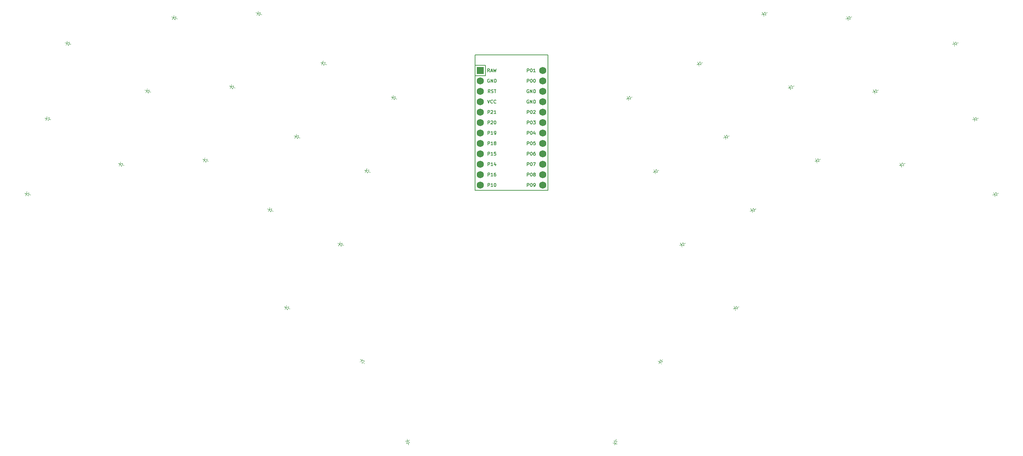
<source format=gbr>
%TF.GenerationSoftware,KiCad,Pcbnew,(6.0.10)*%
%TF.CreationDate,2024-09-29T17:33:22+02:00*%
%TF.ProjectId,blavinge,626c6176-696e-4676-952e-6b696361645f,v1.0.0*%
%TF.SameCoordinates,Original*%
%TF.FileFunction,Legend,Top*%
%TF.FilePolarity,Positive*%
%FSLAX46Y46*%
G04 Gerber Fmt 4.6, Leading zero omitted, Abs format (unit mm)*
G04 Created by KiCad (PCBNEW (6.0.10)) date 2024-09-29 17:33:22*
%MOMM*%
%LPD*%
G01*
G04 APERTURE LIST*
%ADD10C,0.150000*%
%ADD11C,0.100000*%
%ADD12R,1.752600X1.752600*%
%ADD13C,1.752600*%
G04 APERTURE END LIST*
D10*
%TO.C,MCU1*%
X160182930Y-109167548D02*
X159916263Y-108786596D01*
X159725787Y-109167548D02*
X159725787Y-108367548D01*
X160030549Y-108367548D01*
X160106739Y-108405644D01*
X160144834Y-108443739D01*
X160182930Y-108519929D01*
X160182930Y-108634215D01*
X160144834Y-108710405D01*
X160106739Y-108748501D01*
X160030549Y-108786596D01*
X159725787Y-108786596D01*
X160487691Y-108938977D02*
X160868644Y-108938977D01*
X160411501Y-109167548D02*
X160678168Y-108367548D01*
X160944834Y-109167548D01*
X161135311Y-108367548D02*
X161325787Y-109167548D01*
X161478168Y-108596120D01*
X161630549Y-109167548D01*
X161821025Y-108367548D01*
X160125787Y-110945644D02*
X160049596Y-110907548D01*
X159935311Y-110907548D01*
X159821025Y-110945644D01*
X159744834Y-111021834D01*
X159706739Y-111098024D01*
X159668644Y-111250405D01*
X159668644Y-111364691D01*
X159706739Y-111517072D01*
X159744834Y-111593263D01*
X159821025Y-111669453D01*
X159935311Y-111707548D01*
X160011501Y-111707548D01*
X160125787Y-111669453D01*
X160163882Y-111631358D01*
X160163882Y-111364691D01*
X160011501Y-111364691D01*
X160506739Y-111707548D02*
X160506739Y-110907548D01*
X160963882Y-111707548D01*
X160963882Y-110907548D01*
X161344834Y-111707548D02*
X161344834Y-110907548D01*
X161535311Y-110907548D01*
X161649596Y-110945644D01*
X161725787Y-111021834D01*
X161763882Y-111098024D01*
X161801977Y-111250405D01*
X161801977Y-111364691D01*
X161763882Y-111517072D01*
X161725787Y-111593263D01*
X161649596Y-111669453D01*
X161535311Y-111707548D01*
X161344834Y-111707548D01*
X160297215Y-114247548D02*
X160030549Y-113866596D01*
X159840072Y-114247548D02*
X159840072Y-113447548D01*
X160144834Y-113447548D01*
X160221025Y-113485644D01*
X160259120Y-113523739D01*
X160297215Y-113599929D01*
X160297215Y-113714215D01*
X160259120Y-113790405D01*
X160221025Y-113828501D01*
X160144834Y-113866596D01*
X159840072Y-113866596D01*
X160601977Y-114209453D02*
X160716263Y-114247548D01*
X160906739Y-114247548D01*
X160982930Y-114209453D01*
X161021025Y-114171358D01*
X161059120Y-114095167D01*
X161059120Y-114018977D01*
X161021025Y-113942786D01*
X160982930Y-113904691D01*
X160906739Y-113866596D01*
X160754358Y-113828501D01*
X160678168Y-113790405D01*
X160640072Y-113752310D01*
X160601977Y-113676120D01*
X160601977Y-113599929D01*
X160640072Y-113523739D01*
X160678168Y-113485644D01*
X160754358Y-113447548D01*
X160944834Y-113447548D01*
X161059120Y-113485644D01*
X161287691Y-113447548D02*
X161744834Y-113447548D01*
X161516263Y-114247548D02*
X161516263Y-113447548D01*
X159668644Y-115987548D02*
X159935311Y-116787548D01*
X160201977Y-115987548D01*
X160925787Y-116711358D02*
X160887691Y-116749453D01*
X160773406Y-116787548D01*
X160697215Y-116787548D01*
X160582930Y-116749453D01*
X160506739Y-116673263D01*
X160468644Y-116597072D01*
X160430549Y-116444691D01*
X160430549Y-116330405D01*
X160468644Y-116178024D01*
X160506739Y-116101834D01*
X160582930Y-116025644D01*
X160697215Y-115987548D01*
X160773406Y-115987548D01*
X160887691Y-116025644D01*
X160925787Y-116063739D01*
X161725787Y-116711358D02*
X161687691Y-116749453D01*
X161573406Y-116787548D01*
X161497215Y-116787548D01*
X161382930Y-116749453D01*
X161306739Y-116673263D01*
X161268644Y-116597072D01*
X161230549Y-116444691D01*
X161230549Y-116330405D01*
X161268644Y-116178024D01*
X161306739Y-116101834D01*
X161382930Y-116025644D01*
X161497215Y-115987548D01*
X161573406Y-115987548D01*
X161687691Y-116025644D01*
X161725787Y-116063739D01*
X159763882Y-119327548D02*
X159763882Y-118527548D01*
X160068644Y-118527548D01*
X160144834Y-118565644D01*
X160182930Y-118603739D01*
X160221025Y-118679929D01*
X160221025Y-118794215D01*
X160182930Y-118870405D01*
X160144834Y-118908501D01*
X160068644Y-118946596D01*
X159763882Y-118946596D01*
X160525787Y-118603739D02*
X160563882Y-118565644D01*
X160640072Y-118527548D01*
X160830549Y-118527548D01*
X160906739Y-118565644D01*
X160944834Y-118603739D01*
X160982930Y-118679929D01*
X160982930Y-118756120D01*
X160944834Y-118870405D01*
X160487691Y-119327548D01*
X160982930Y-119327548D01*
X161744834Y-119327548D02*
X161287691Y-119327548D01*
X161516263Y-119327548D02*
X161516263Y-118527548D01*
X161440072Y-118641834D01*
X161363882Y-118718024D01*
X161287691Y-118756120D01*
X159763882Y-121867548D02*
X159763882Y-121067548D01*
X160068644Y-121067548D01*
X160144834Y-121105644D01*
X160182930Y-121143739D01*
X160221025Y-121219929D01*
X160221025Y-121334215D01*
X160182930Y-121410405D01*
X160144834Y-121448501D01*
X160068644Y-121486596D01*
X159763882Y-121486596D01*
X160525787Y-121143739D02*
X160563882Y-121105644D01*
X160640072Y-121067548D01*
X160830549Y-121067548D01*
X160906739Y-121105644D01*
X160944834Y-121143739D01*
X160982930Y-121219929D01*
X160982930Y-121296120D01*
X160944834Y-121410405D01*
X160487691Y-121867548D01*
X160982930Y-121867548D01*
X161478168Y-121067548D02*
X161554358Y-121067548D01*
X161630549Y-121105644D01*
X161668644Y-121143739D01*
X161706739Y-121219929D01*
X161744834Y-121372310D01*
X161744834Y-121562786D01*
X161706739Y-121715167D01*
X161668644Y-121791358D01*
X161630549Y-121829453D01*
X161554358Y-121867548D01*
X161478168Y-121867548D01*
X161401977Y-121829453D01*
X161363882Y-121791358D01*
X161325787Y-121715167D01*
X161287691Y-121562786D01*
X161287691Y-121372310D01*
X161325787Y-121219929D01*
X161363882Y-121143739D01*
X161401977Y-121105644D01*
X161478168Y-121067548D01*
X159763882Y-124407548D02*
X159763882Y-123607548D01*
X160068644Y-123607548D01*
X160144834Y-123645644D01*
X160182930Y-123683739D01*
X160221025Y-123759929D01*
X160221025Y-123874215D01*
X160182930Y-123950405D01*
X160144834Y-123988501D01*
X160068644Y-124026596D01*
X159763882Y-124026596D01*
X160982930Y-124407548D02*
X160525787Y-124407548D01*
X160754358Y-124407548D02*
X160754358Y-123607548D01*
X160678168Y-123721834D01*
X160601977Y-123798024D01*
X160525787Y-123836120D01*
X161363882Y-124407548D02*
X161516263Y-124407548D01*
X161592453Y-124369453D01*
X161630549Y-124331358D01*
X161706739Y-124217072D01*
X161744834Y-124064691D01*
X161744834Y-123759929D01*
X161706739Y-123683739D01*
X161668644Y-123645644D01*
X161592453Y-123607548D01*
X161440072Y-123607548D01*
X161363882Y-123645644D01*
X161325787Y-123683739D01*
X161287691Y-123759929D01*
X161287691Y-123950405D01*
X161325787Y-124026596D01*
X161363882Y-124064691D01*
X161440072Y-124102786D01*
X161592453Y-124102786D01*
X161668644Y-124064691D01*
X161706739Y-124026596D01*
X161744834Y-123950405D01*
X159763882Y-126947548D02*
X159763882Y-126147548D01*
X160068644Y-126147548D01*
X160144834Y-126185644D01*
X160182930Y-126223739D01*
X160221025Y-126299929D01*
X160221025Y-126414215D01*
X160182930Y-126490405D01*
X160144834Y-126528501D01*
X160068644Y-126566596D01*
X159763882Y-126566596D01*
X160982930Y-126947548D02*
X160525787Y-126947548D01*
X160754358Y-126947548D02*
X160754358Y-126147548D01*
X160678168Y-126261834D01*
X160601977Y-126338024D01*
X160525787Y-126376120D01*
X161440072Y-126490405D02*
X161363882Y-126452310D01*
X161325787Y-126414215D01*
X161287691Y-126338024D01*
X161287691Y-126299929D01*
X161325787Y-126223739D01*
X161363882Y-126185644D01*
X161440072Y-126147548D01*
X161592453Y-126147548D01*
X161668644Y-126185644D01*
X161706739Y-126223739D01*
X161744834Y-126299929D01*
X161744834Y-126338024D01*
X161706739Y-126414215D01*
X161668644Y-126452310D01*
X161592453Y-126490405D01*
X161440072Y-126490405D01*
X161363882Y-126528501D01*
X161325787Y-126566596D01*
X161287691Y-126642786D01*
X161287691Y-126795167D01*
X161325787Y-126871358D01*
X161363882Y-126909453D01*
X161440072Y-126947548D01*
X161592453Y-126947548D01*
X161668644Y-126909453D01*
X161706739Y-126871358D01*
X161744834Y-126795167D01*
X161744834Y-126642786D01*
X161706739Y-126566596D01*
X161668644Y-126528501D01*
X161592453Y-126490405D01*
X159763882Y-129487548D02*
X159763882Y-128687548D01*
X160068644Y-128687548D01*
X160144834Y-128725644D01*
X160182930Y-128763739D01*
X160221025Y-128839929D01*
X160221025Y-128954215D01*
X160182930Y-129030405D01*
X160144834Y-129068501D01*
X160068644Y-129106596D01*
X159763882Y-129106596D01*
X160982930Y-129487548D02*
X160525787Y-129487548D01*
X160754358Y-129487548D02*
X160754358Y-128687548D01*
X160678168Y-128801834D01*
X160601977Y-128878024D01*
X160525787Y-128916120D01*
X161706739Y-128687548D02*
X161325787Y-128687548D01*
X161287691Y-129068501D01*
X161325787Y-129030405D01*
X161401977Y-128992310D01*
X161592453Y-128992310D01*
X161668644Y-129030405D01*
X161706739Y-129068501D01*
X161744834Y-129144691D01*
X161744834Y-129335167D01*
X161706739Y-129411358D01*
X161668644Y-129449453D01*
X161592453Y-129487548D01*
X161401977Y-129487548D01*
X161325787Y-129449453D01*
X161287691Y-129411358D01*
X159763882Y-132027548D02*
X159763882Y-131227548D01*
X160068644Y-131227548D01*
X160144834Y-131265644D01*
X160182930Y-131303739D01*
X160221025Y-131379929D01*
X160221025Y-131494215D01*
X160182930Y-131570405D01*
X160144834Y-131608501D01*
X160068644Y-131646596D01*
X159763882Y-131646596D01*
X160982930Y-132027548D02*
X160525787Y-132027548D01*
X160754358Y-132027548D02*
X160754358Y-131227548D01*
X160678168Y-131341834D01*
X160601977Y-131418024D01*
X160525787Y-131456120D01*
X161668644Y-131494215D02*
X161668644Y-132027548D01*
X161478168Y-131189453D02*
X161287691Y-131760882D01*
X161782930Y-131760882D01*
X159763882Y-134567548D02*
X159763882Y-133767548D01*
X160068644Y-133767548D01*
X160144834Y-133805644D01*
X160182930Y-133843739D01*
X160221025Y-133919929D01*
X160221025Y-134034215D01*
X160182930Y-134110405D01*
X160144834Y-134148501D01*
X160068644Y-134186596D01*
X159763882Y-134186596D01*
X160982930Y-134567548D02*
X160525787Y-134567548D01*
X160754358Y-134567548D02*
X160754358Y-133767548D01*
X160678168Y-133881834D01*
X160601977Y-133958024D01*
X160525787Y-133996120D01*
X161668644Y-133767548D02*
X161516263Y-133767548D01*
X161440072Y-133805644D01*
X161401977Y-133843739D01*
X161325787Y-133958024D01*
X161287691Y-134110405D01*
X161287691Y-134415167D01*
X161325787Y-134491358D01*
X161363882Y-134529453D01*
X161440072Y-134567548D01*
X161592453Y-134567548D01*
X161668644Y-134529453D01*
X161706739Y-134491358D01*
X161744834Y-134415167D01*
X161744834Y-134224691D01*
X161706739Y-134148501D01*
X161668644Y-134110405D01*
X161592453Y-134072310D01*
X161440072Y-134072310D01*
X161363882Y-134110405D01*
X161325787Y-134148501D01*
X161287691Y-134224691D01*
X159763882Y-137107548D02*
X159763882Y-136307548D01*
X160068644Y-136307548D01*
X160144834Y-136345644D01*
X160182930Y-136383739D01*
X160221025Y-136459929D01*
X160221025Y-136574215D01*
X160182930Y-136650405D01*
X160144834Y-136688501D01*
X160068644Y-136726596D01*
X159763882Y-136726596D01*
X160982930Y-137107548D02*
X160525787Y-137107548D01*
X160754358Y-137107548D02*
X160754358Y-136307548D01*
X160678168Y-136421834D01*
X160601977Y-136498024D01*
X160525787Y-136536120D01*
X161478168Y-136307548D02*
X161554358Y-136307548D01*
X161630549Y-136345644D01*
X161668644Y-136383739D01*
X161706739Y-136459929D01*
X161744834Y-136612310D01*
X161744834Y-136802786D01*
X161706739Y-136955167D01*
X161668644Y-137031358D01*
X161630549Y-137069453D01*
X161554358Y-137107548D01*
X161478168Y-137107548D01*
X161401977Y-137069453D01*
X161363882Y-137031358D01*
X161325787Y-136955167D01*
X161287691Y-136802786D01*
X161287691Y-136612310D01*
X161325787Y-136459929D01*
X161363882Y-136383739D01*
X161401977Y-136345644D01*
X161478168Y-136307548D01*
X169363882Y-109167548D02*
X169363882Y-108367548D01*
X169668644Y-108367548D01*
X169744834Y-108405644D01*
X169782930Y-108443739D01*
X169821025Y-108519929D01*
X169821025Y-108634215D01*
X169782930Y-108710405D01*
X169744834Y-108748501D01*
X169668644Y-108786596D01*
X169363882Y-108786596D01*
X170316263Y-108367548D02*
X170392453Y-108367548D01*
X170468644Y-108405644D01*
X170506739Y-108443739D01*
X170544834Y-108519929D01*
X170582930Y-108672310D01*
X170582930Y-108862786D01*
X170544834Y-109015167D01*
X170506739Y-109091358D01*
X170468644Y-109129453D01*
X170392453Y-109167548D01*
X170316263Y-109167548D01*
X170240072Y-109129453D01*
X170201977Y-109091358D01*
X170163882Y-109015167D01*
X170125787Y-108862786D01*
X170125787Y-108672310D01*
X170163882Y-108519929D01*
X170201977Y-108443739D01*
X170240072Y-108405644D01*
X170316263Y-108367548D01*
X171344834Y-109167548D02*
X170887691Y-109167548D01*
X171116263Y-109167548D02*
X171116263Y-108367548D01*
X171040072Y-108481834D01*
X170963882Y-108558024D01*
X170887691Y-108596120D01*
X169363882Y-111707548D02*
X169363882Y-110907548D01*
X169668644Y-110907548D01*
X169744834Y-110945644D01*
X169782930Y-110983739D01*
X169821025Y-111059929D01*
X169821025Y-111174215D01*
X169782930Y-111250405D01*
X169744834Y-111288501D01*
X169668644Y-111326596D01*
X169363882Y-111326596D01*
X170316263Y-110907548D02*
X170392453Y-110907548D01*
X170468644Y-110945644D01*
X170506739Y-110983739D01*
X170544834Y-111059929D01*
X170582930Y-111212310D01*
X170582930Y-111402786D01*
X170544834Y-111555167D01*
X170506739Y-111631358D01*
X170468644Y-111669453D01*
X170392453Y-111707548D01*
X170316263Y-111707548D01*
X170240072Y-111669453D01*
X170201977Y-111631358D01*
X170163882Y-111555167D01*
X170125787Y-111402786D01*
X170125787Y-111212310D01*
X170163882Y-111059929D01*
X170201977Y-110983739D01*
X170240072Y-110945644D01*
X170316263Y-110907548D01*
X171078168Y-110907548D02*
X171154358Y-110907548D01*
X171230549Y-110945644D01*
X171268644Y-110983739D01*
X171306739Y-111059929D01*
X171344834Y-111212310D01*
X171344834Y-111402786D01*
X171306739Y-111555167D01*
X171268644Y-111631358D01*
X171230549Y-111669453D01*
X171154358Y-111707548D01*
X171078168Y-111707548D01*
X171001977Y-111669453D01*
X170963882Y-111631358D01*
X170925787Y-111555167D01*
X170887691Y-111402786D01*
X170887691Y-111212310D01*
X170925787Y-111059929D01*
X170963882Y-110983739D01*
X171001977Y-110945644D01*
X171078168Y-110907548D01*
X169725787Y-113485644D02*
X169649596Y-113447548D01*
X169535311Y-113447548D01*
X169421025Y-113485644D01*
X169344834Y-113561834D01*
X169306739Y-113638024D01*
X169268644Y-113790405D01*
X169268644Y-113904691D01*
X169306739Y-114057072D01*
X169344834Y-114133263D01*
X169421025Y-114209453D01*
X169535311Y-114247548D01*
X169611501Y-114247548D01*
X169725787Y-114209453D01*
X169763882Y-114171358D01*
X169763882Y-113904691D01*
X169611501Y-113904691D01*
X170106739Y-114247548D02*
X170106739Y-113447548D01*
X170563882Y-114247548D01*
X170563882Y-113447548D01*
X170944834Y-114247548D02*
X170944834Y-113447548D01*
X171135311Y-113447548D01*
X171249596Y-113485644D01*
X171325787Y-113561834D01*
X171363882Y-113638024D01*
X171401977Y-113790405D01*
X171401977Y-113904691D01*
X171363882Y-114057072D01*
X171325787Y-114133263D01*
X171249596Y-114209453D01*
X171135311Y-114247548D01*
X170944834Y-114247548D01*
X169725787Y-116025644D02*
X169649596Y-115987548D01*
X169535311Y-115987548D01*
X169421025Y-116025644D01*
X169344834Y-116101834D01*
X169306739Y-116178024D01*
X169268644Y-116330405D01*
X169268644Y-116444691D01*
X169306739Y-116597072D01*
X169344834Y-116673263D01*
X169421025Y-116749453D01*
X169535311Y-116787548D01*
X169611501Y-116787548D01*
X169725787Y-116749453D01*
X169763882Y-116711358D01*
X169763882Y-116444691D01*
X169611501Y-116444691D01*
X170106739Y-116787548D02*
X170106739Y-115987548D01*
X170563882Y-116787548D01*
X170563882Y-115987548D01*
X170944834Y-116787548D02*
X170944834Y-115987548D01*
X171135311Y-115987548D01*
X171249596Y-116025644D01*
X171325787Y-116101834D01*
X171363882Y-116178024D01*
X171401977Y-116330405D01*
X171401977Y-116444691D01*
X171363882Y-116597072D01*
X171325787Y-116673263D01*
X171249596Y-116749453D01*
X171135311Y-116787548D01*
X170944834Y-116787548D01*
X169363882Y-119327548D02*
X169363882Y-118527548D01*
X169668644Y-118527548D01*
X169744834Y-118565644D01*
X169782930Y-118603739D01*
X169821025Y-118679929D01*
X169821025Y-118794215D01*
X169782930Y-118870405D01*
X169744834Y-118908501D01*
X169668644Y-118946596D01*
X169363882Y-118946596D01*
X170316263Y-118527548D02*
X170392453Y-118527548D01*
X170468644Y-118565644D01*
X170506739Y-118603739D01*
X170544834Y-118679929D01*
X170582930Y-118832310D01*
X170582930Y-119022786D01*
X170544834Y-119175167D01*
X170506739Y-119251358D01*
X170468644Y-119289453D01*
X170392453Y-119327548D01*
X170316263Y-119327548D01*
X170240072Y-119289453D01*
X170201977Y-119251358D01*
X170163882Y-119175167D01*
X170125787Y-119022786D01*
X170125787Y-118832310D01*
X170163882Y-118679929D01*
X170201977Y-118603739D01*
X170240072Y-118565644D01*
X170316263Y-118527548D01*
X170887691Y-118603739D02*
X170925787Y-118565644D01*
X171001977Y-118527548D01*
X171192453Y-118527548D01*
X171268644Y-118565644D01*
X171306739Y-118603739D01*
X171344834Y-118679929D01*
X171344834Y-118756120D01*
X171306739Y-118870405D01*
X170849596Y-119327548D01*
X171344834Y-119327548D01*
X169363882Y-121867548D02*
X169363882Y-121067548D01*
X169668644Y-121067548D01*
X169744834Y-121105644D01*
X169782930Y-121143739D01*
X169821025Y-121219929D01*
X169821025Y-121334215D01*
X169782930Y-121410405D01*
X169744834Y-121448501D01*
X169668644Y-121486596D01*
X169363882Y-121486596D01*
X170316263Y-121067548D02*
X170392453Y-121067548D01*
X170468644Y-121105644D01*
X170506739Y-121143739D01*
X170544834Y-121219929D01*
X170582930Y-121372310D01*
X170582930Y-121562786D01*
X170544834Y-121715167D01*
X170506739Y-121791358D01*
X170468644Y-121829453D01*
X170392453Y-121867548D01*
X170316263Y-121867548D01*
X170240072Y-121829453D01*
X170201977Y-121791358D01*
X170163882Y-121715167D01*
X170125787Y-121562786D01*
X170125787Y-121372310D01*
X170163882Y-121219929D01*
X170201977Y-121143739D01*
X170240072Y-121105644D01*
X170316263Y-121067548D01*
X170849596Y-121067548D02*
X171344834Y-121067548D01*
X171078168Y-121372310D01*
X171192453Y-121372310D01*
X171268644Y-121410405D01*
X171306739Y-121448501D01*
X171344834Y-121524691D01*
X171344834Y-121715167D01*
X171306739Y-121791358D01*
X171268644Y-121829453D01*
X171192453Y-121867548D01*
X170963882Y-121867548D01*
X170887691Y-121829453D01*
X170849596Y-121791358D01*
X169363882Y-124407548D02*
X169363882Y-123607548D01*
X169668644Y-123607548D01*
X169744834Y-123645644D01*
X169782930Y-123683739D01*
X169821025Y-123759929D01*
X169821025Y-123874215D01*
X169782930Y-123950405D01*
X169744834Y-123988501D01*
X169668644Y-124026596D01*
X169363882Y-124026596D01*
X170316263Y-123607548D02*
X170392453Y-123607548D01*
X170468644Y-123645644D01*
X170506739Y-123683739D01*
X170544834Y-123759929D01*
X170582930Y-123912310D01*
X170582930Y-124102786D01*
X170544834Y-124255167D01*
X170506739Y-124331358D01*
X170468644Y-124369453D01*
X170392453Y-124407548D01*
X170316263Y-124407548D01*
X170240072Y-124369453D01*
X170201977Y-124331358D01*
X170163882Y-124255167D01*
X170125787Y-124102786D01*
X170125787Y-123912310D01*
X170163882Y-123759929D01*
X170201977Y-123683739D01*
X170240072Y-123645644D01*
X170316263Y-123607548D01*
X171268644Y-123874215D02*
X171268644Y-124407548D01*
X171078168Y-123569453D02*
X170887691Y-124140882D01*
X171382930Y-124140882D01*
X169363882Y-126947548D02*
X169363882Y-126147548D01*
X169668644Y-126147548D01*
X169744834Y-126185644D01*
X169782930Y-126223739D01*
X169821025Y-126299929D01*
X169821025Y-126414215D01*
X169782930Y-126490405D01*
X169744834Y-126528501D01*
X169668644Y-126566596D01*
X169363882Y-126566596D01*
X170316263Y-126147548D02*
X170392453Y-126147548D01*
X170468644Y-126185644D01*
X170506739Y-126223739D01*
X170544834Y-126299929D01*
X170582930Y-126452310D01*
X170582930Y-126642786D01*
X170544834Y-126795167D01*
X170506739Y-126871358D01*
X170468644Y-126909453D01*
X170392453Y-126947548D01*
X170316263Y-126947548D01*
X170240072Y-126909453D01*
X170201977Y-126871358D01*
X170163882Y-126795167D01*
X170125787Y-126642786D01*
X170125787Y-126452310D01*
X170163882Y-126299929D01*
X170201977Y-126223739D01*
X170240072Y-126185644D01*
X170316263Y-126147548D01*
X171306739Y-126147548D02*
X170925787Y-126147548D01*
X170887691Y-126528501D01*
X170925787Y-126490405D01*
X171001977Y-126452310D01*
X171192453Y-126452310D01*
X171268644Y-126490405D01*
X171306739Y-126528501D01*
X171344834Y-126604691D01*
X171344834Y-126795167D01*
X171306739Y-126871358D01*
X171268644Y-126909453D01*
X171192453Y-126947548D01*
X171001977Y-126947548D01*
X170925787Y-126909453D01*
X170887691Y-126871358D01*
X169363882Y-129487548D02*
X169363882Y-128687548D01*
X169668644Y-128687548D01*
X169744834Y-128725644D01*
X169782930Y-128763739D01*
X169821025Y-128839929D01*
X169821025Y-128954215D01*
X169782930Y-129030405D01*
X169744834Y-129068501D01*
X169668644Y-129106596D01*
X169363882Y-129106596D01*
X170316263Y-128687548D02*
X170392453Y-128687548D01*
X170468644Y-128725644D01*
X170506739Y-128763739D01*
X170544834Y-128839929D01*
X170582930Y-128992310D01*
X170582930Y-129182786D01*
X170544834Y-129335167D01*
X170506739Y-129411358D01*
X170468644Y-129449453D01*
X170392453Y-129487548D01*
X170316263Y-129487548D01*
X170240072Y-129449453D01*
X170201977Y-129411358D01*
X170163882Y-129335167D01*
X170125787Y-129182786D01*
X170125787Y-128992310D01*
X170163882Y-128839929D01*
X170201977Y-128763739D01*
X170240072Y-128725644D01*
X170316263Y-128687548D01*
X171268644Y-128687548D02*
X171116263Y-128687548D01*
X171040072Y-128725644D01*
X171001977Y-128763739D01*
X170925787Y-128878024D01*
X170887691Y-129030405D01*
X170887691Y-129335167D01*
X170925787Y-129411358D01*
X170963882Y-129449453D01*
X171040072Y-129487548D01*
X171192453Y-129487548D01*
X171268644Y-129449453D01*
X171306739Y-129411358D01*
X171344834Y-129335167D01*
X171344834Y-129144691D01*
X171306739Y-129068501D01*
X171268644Y-129030405D01*
X171192453Y-128992310D01*
X171040072Y-128992310D01*
X170963882Y-129030405D01*
X170925787Y-129068501D01*
X170887691Y-129144691D01*
X169363882Y-132027548D02*
X169363882Y-131227548D01*
X169668644Y-131227548D01*
X169744834Y-131265644D01*
X169782930Y-131303739D01*
X169821025Y-131379929D01*
X169821025Y-131494215D01*
X169782930Y-131570405D01*
X169744834Y-131608501D01*
X169668644Y-131646596D01*
X169363882Y-131646596D01*
X170316263Y-131227548D02*
X170392453Y-131227548D01*
X170468644Y-131265644D01*
X170506739Y-131303739D01*
X170544834Y-131379929D01*
X170582930Y-131532310D01*
X170582930Y-131722786D01*
X170544834Y-131875167D01*
X170506739Y-131951358D01*
X170468644Y-131989453D01*
X170392453Y-132027548D01*
X170316263Y-132027548D01*
X170240072Y-131989453D01*
X170201977Y-131951358D01*
X170163882Y-131875167D01*
X170125787Y-131722786D01*
X170125787Y-131532310D01*
X170163882Y-131379929D01*
X170201977Y-131303739D01*
X170240072Y-131265644D01*
X170316263Y-131227548D01*
X170849596Y-131227548D02*
X171382930Y-131227548D01*
X171040072Y-132027548D01*
X169363882Y-134567548D02*
X169363882Y-133767548D01*
X169668644Y-133767548D01*
X169744834Y-133805644D01*
X169782930Y-133843739D01*
X169821025Y-133919929D01*
X169821025Y-134034215D01*
X169782930Y-134110405D01*
X169744834Y-134148501D01*
X169668644Y-134186596D01*
X169363882Y-134186596D01*
X170316263Y-133767548D02*
X170392453Y-133767548D01*
X170468644Y-133805644D01*
X170506739Y-133843739D01*
X170544834Y-133919929D01*
X170582930Y-134072310D01*
X170582930Y-134262786D01*
X170544834Y-134415167D01*
X170506739Y-134491358D01*
X170468644Y-134529453D01*
X170392453Y-134567548D01*
X170316263Y-134567548D01*
X170240072Y-134529453D01*
X170201977Y-134491358D01*
X170163882Y-134415167D01*
X170125787Y-134262786D01*
X170125787Y-134072310D01*
X170163882Y-133919929D01*
X170201977Y-133843739D01*
X170240072Y-133805644D01*
X170316263Y-133767548D01*
X171040072Y-134110405D02*
X170963882Y-134072310D01*
X170925787Y-134034215D01*
X170887691Y-133958024D01*
X170887691Y-133919929D01*
X170925787Y-133843739D01*
X170963882Y-133805644D01*
X171040072Y-133767548D01*
X171192453Y-133767548D01*
X171268644Y-133805644D01*
X171306739Y-133843739D01*
X171344834Y-133919929D01*
X171344834Y-133958024D01*
X171306739Y-134034215D01*
X171268644Y-134072310D01*
X171192453Y-134110405D01*
X171040072Y-134110405D01*
X170963882Y-134148501D01*
X170925787Y-134186596D01*
X170887691Y-134262786D01*
X170887691Y-134415167D01*
X170925787Y-134491358D01*
X170963882Y-134529453D01*
X171040072Y-134567548D01*
X171192453Y-134567548D01*
X171268644Y-134529453D01*
X171306739Y-134491358D01*
X171344834Y-134415167D01*
X171344834Y-134262786D01*
X171306739Y-134186596D01*
X171268644Y-134148501D01*
X171192453Y-134110405D01*
X169363882Y-137107548D02*
X169363882Y-136307548D01*
X169668644Y-136307548D01*
X169744834Y-136345644D01*
X169782930Y-136383739D01*
X169821025Y-136459929D01*
X169821025Y-136574215D01*
X169782930Y-136650405D01*
X169744834Y-136688501D01*
X169668644Y-136726596D01*
X169363882Y-136726596D01*
X170316263Y-136307548D02*
X170392453Y-136307548D01*
X170468644Y-136345644D01*
X170506739Y-136383739D01*
X170544834Y-136459929D01*
X170582930Y-136612310D01*
X170582930Y-136802786D01*
X170544834Y-136955167D01*
X170506739Y-137031358D01*
X170468644Y-137069453D01*
X170392453Y-137107548D01*
X170316263Y-137107548D01*
X170240072Y-137069453D01*
X170201977Y-137031358D01*
X170163882Y-136955167D01*
X170125787Y-136802786D01*
X170125787Y-136612310D01*
X170163882Y-136459929D01*
X170201977Y-136383739D01*
X170240072Y-136345644D01*
X170316263Y-136307548D01*
X170963882Y-137107548D02*
X171116263Y-137107548D01*
X171192453Y-137069453D01*
X171230549Y-137031358D01*
X171306739Y-136917072D01*
X171344834Y-136764691D01*
X171344834Y-136459929D01*
X171306739Y-136383739D01*
X171268644Y-136345644D01*
X171192453Y-136307548D01*
X171040072Y-136307548D01*
X170963882Y-136345644D01*
X170925787Y-136383739D01*
X170887691Y-136459929D01*
X170887691Y-136650405D01*
X170925787Y-136726596D01*
X170963882Y-136764691D01*
X171040072Y-136802786D01*
X171192453Y-136802786D01*
X171268644Y-136764691D01*
X171306739Y-136726596D01*
X171344834Y-136650405D01*
%TO.C,_1*%
%TO.C,_2*%
%TO.C,_3*%
%TO.C,_4*%
%TO.C,_5*%
%TO.C,_6*%
%TO.C,_7*%
%TO.C,_8*%
%TO.C,_9*%
D11*
%TO.C,D1*%
X47688637Y-138991693D02*
X48171600Y-139121102D01*
X47585110Y-139378063D02*
X47109082Y-138836401D01*
X47792165Y-138605322D02*
X47585110Y-139378063D01*
X47109082Y-138836401D02*
X47792165Y-138605322D01*
X47109082Y-138836401D02*
X46966731Y-139367661D01*
X47109082Y-138836401D02*
X47251432Y-138305142D01*
X46722712Y-138732874D02*
X47109082Y-138836401D01*
%TO.C,D2*%
X52606205Y-120639107D02*
X53089168Y-120768516D01*
X52502678Y-121025477D02*
X52026650Y-120483815D01*
X52709733Y-120252736D02*
X52502678Y-121025477D01*
X52026650Y-120483815D02*
X52709733Y-120252736D01*
X52026650Y-120483815D02*
X51884299Y-121015075D01*
X52026650Y-120483815D02*
X52169000Y-119952556D01*
X51640280Y-120380288D02*
X52026650Y-120483815D01*
%TO.C,D3*%
X57523762Y-102286520D02*
X58006725Y-102415929D01*
X57420235Y-102672890D02*
X56944207Y-102131228D01*
X57627290Y-101900149D02*
X57420235Y-102672890D01*
X56944207Y-102131228D02*
X57627290Y-101900149D01*
X56944207Y-102131228D02*
X56801856Y-102662488D01*
X56944207Y-102131228D02*
X57086557Y-101599969D01*
X56557837Y-102027701D02*
X56944207Y-102131228D01*
%TO.C,D4*%
X70508163Y-131772763D02*
X70978009Y-131943773D01*
X70371355Y-132148640D02*
X69944348Y-131567551D01*
X70644971Y-131396886D02*
X70371355Y-132148640D01*
X69944348Y-131567551D02*
X70644971Y-131396886D01*
X69944348Y-131567551D02*
X69756237Y-132084382D01*
X69944348Y-131567551D02*
X70132459Y-131050720D01*
X69568471Y-131430743D02*
X69944348Y-131567551D01*
%TO.C,D5*%
X77006540Y-113918610D02*
X77476386Y-114089620D01*
X76869732Y-114294487D02*
X76442725Y-113713398D01*
X77143348Y-113542733D02*
X76869732Y-114294487D01*
X76442725Y-113713398D02*
X77143348Y-113542733D01*
X76442725Y-113713398D02*
X76254614Y-114230229D01*
X76442725Y-113713398D02*
X76630836Y-113196567D01*
X76066848Y-113576590D02*
X76442725Y-113713398D01*
%TO.C,D6*%
X83504929Y-96064445D02*
X83974775Y-96235455D01*
X83368121Y-96440322D02*
X82941114Y-95859233D01*
X83641737Y-95688568D02*
X83368121Y-96440322D01*
X82941114Y-95859233D02*
X83641737Y-95688568D01*
X82941114Y-95859233D02*
X82753003Y-96376064D01*
X82941114Y-95859233D02*
X83129225Y-95342402D01*
X82565237Y-95722425D02*
X82941114Y-95859233D01*
%TO.C,D7*%
X91098477Y-130753611D02*
X91568323Y-130924621D01*
X90961669Y-131129488D02*
X90534662Y-130548399D01*
X91235285Y-130377734D02*
X90961669Y-131129488D01*
X90534662Y-130548399D02*
X91235285Y-130377734D01*
X90534662Y-130548399D02*
X90346551Y-131065230D01*
X90534662Y-130548399D02*
X90722773Y-130031568D01*
X90158785Y-130411591D02*
X90534662Y-130548399D01*
%TO.C,D8*%
X97596861Y-112899441D02*
X98066707Y-113070451D01*
X97460053Y-113275318D02*
X97033046Y-112694229D01*
X97733669Y-112523564D02*
X97460053Y-113275318D01*
X97033046Y-112694229D02*
X97733669Y-112523564D01*
X97033046Y-112694229D02*
X96844935Y-113211060D01*
X97033046Y-112694229D02*
X97221157Y-112177398D01*
X96657169Y-112557421D02*
X97033046Y-112694229D01*
%TO.C,D9*%
X104095247Y-95045296D02*
X104565093Y-95216306D01*
X103958439Y-95421173D02*
X103531432Y-94840084D01*
X104232055Y-94669419D02*
X103958439Y-95421173D01*
X103531432Y-94840084D02*
X104232055Y-94669419D01*
X103531432Y-94840084D02*
X103343321Y-95356915D01*
X103531432Y-94840084D02*
X103719543Y-94323253D01*
X103155555Y-94703276D02*
X103531432Y-94840084D01*
%TO.C,D10*%
X106900507Y-142890154D02*
X107370353Y-143061164D01*
X106763699Y-143266031D02*
X106336692Y-142684942D01*
X107037315Y-142514277D02*
X106763699Y-143266031D01*
X106336692Y-142684942D02*
X107037315Y-142514277D01*
X106336692Y-142684942D02*
X106148581Y-143201773D01*
X106336692Y-142684942D02*
X106524803Y-142168111D01*
X105960815Y-142548134D02*
X106336692Y-142684942D01*
%TO.C,D11*%
X113398896Y-125035990D02*
X113868742Y-125207000D01*
X113262088Y-125411867D02*
X112835081Y-124830778D01*
X113535704Y-124660113D02*
X113262088Y-125411867D01*
X112835081Y-124830778D02*
X113535704Y-124660113D01*
X112835081Y-124830778D02*
X112646970Y-125347609D01*
X112835081Y-124830778D02*
X113023192Y-124313947D01*
X112459204Y-124693970D02*
X112835081Y-124830778D01*
%TO.C,D12*%
X119897279Y-107181830D02*
X120367125Y-107352840D01*
X119760471Y-107557707D02*
X119333464Y-106976618D01*
X120034087Y-106805953D02*
X119760471Y-107557707D01*
X119333464Y-106976618D02*
X120034087Y-106805953D01*
X119333464Y-106976618D02*
X119145353Y-107493449D01*
X119333464Y-106976618D02*
X119521575Y-106459787D01*
X118957587Y-106839810D02*
X119333464Y-106976618D01*
%TO.C,D13*%
X124070629Y-151267934D02*
X124540475Y-151438944D01*
X123933821Y-151643811D02*
X123506814Y-151062722D01*
X124207437Y-150892057D02*
X123933821Y-151643811D01*
X123506814Y-151062722D02*
X124207437Y-150892057D01*
X123506814Y-151062722D02*
X123318703Y-151579553D01*
X123506814Y-151062722D02*
X123694925Y-150545891D01*
X123130937Y-150925914D02*
X123506814Y-151062722D01*
%TO.C,D14*%
X130569026Y-133413763D02*
X131038872Y-133584773D01*
X130432218Y-133789640D02*
X130005211Y-133208551D01*
X130705834Y-133037886D02*
X130432218Y-133789640D01*
X130005211Y-133208551D02*
X130705834Y-133037886D01*
X130005211Y-133208551D02*
X129817100Y-133725382D01*
X130005211Y-133208551D02*
X130193322Y-132691720D01*
X129629334Y-133071743D02*
X130005211Y-133208551D01*
%TO.C,D15*%
X137067390Y-115559605D02*
X137537236Y-115730615D01*
X136930582Y-115935482D02*
X136503575Y-115354393D01*
X137204198Y-115183728D02*
X136930582Y-115935482D01*
X136503575Y-115354393D02*
X137204198Y-115183728D01*
X136503575Y-115354393D02*
X136315464Y-115871224D01*
X136503575Y-115354393D02*
X136691686Y-114837562D01*
X136127698Y-115217585D02*
X136503575Y-115354393D01*
%TO.C,D16*%
X110994403Y-166727956D02*
X111464249Y-166898966D01*
X110857595Y-167103833D02*
X110430588Y-166522744D01*
X111131211Y-166352079D02*
X110857595Y-167103833D01*
X110430588Y-166522744D02*
X111131211Y-166352079D01*
X110430588Y-166522744D02*
X110242477Y-167039575D01*
X110430588Y-166522744D02*
X110618699Y-166005913D01*
X110054711Y-166385936D02*
X110430588Y-166522744D01*
%TO.C,D17*%
X129320636Y-179891624D02*
X129655201Y-180263197D01*
X129023378Y-180159276D02*
X128919157Y-179445737D01*
X129617894Y-179623972D02*
X129023378Y-180159276D01*
X128919157Y-179445737D02*
X129617894Y-179623972D01*
X128919157Y-179445737D02*
X128510428Y-179813759D01*
X128919157Y-179445737D02*
X129327887Y-179077715D01*
X128651505Y-179148479D02*
X128919157Y-179445737D01*
%TO.C,D18*%
X140282967Y-199606995D02*
X140403928Y-200092143D01*
X139894849Y-199703764D02*
X140137814Y-199024817D01*
X140671086Y-199510226D02*
X139894849Y-199703764D01*
X140137814Y-199024817D02*
X140671086Y-199510226D01*
X140137814Y-199024817D02*
X139604152Y-199157875D01*
X140137814Y-199024817D02*
X140671477Y-198891760D01*
X140041046Y-198636699D02*
X140137814Y-199024817D01*
%TO.C,D19*%
X283864944Y-138862281D02*
X284347907Y-138732872D01*
X283968472Y-139248652D02*
X283285389Y-139017573D01*
X283761417Y-138475911D02*
X283968472Y-139248652D01*
X283285389Y-139017573D02*
X283761417Y-138475911D01*
X283285389Y-139017573D02*
X283427739Y-139548832D01*
X283285389Y-139017573D02*
X283143038Y-138486313D01*
X282899019Y-139121100D02*
X283285389Y-139017573D01*
%TO.C,D20*%
X278947382Y-120509699D02*
X279430345Y-120380290D01*
X279050910Y-120896070D02*
X278367827Y-120664991D01*
X278843855Y-120123329D02*
X279050910Y-120896070D01*
X278367827Y-120664991D02*
X278843855Y-120123329D01*
X278367827Y-120664991D02*
X278510177Y-121196250D01*
X278367827Y-120664991D02*
X278225476Y-120133731D01*
X277981457Y-120768518D02*
X278367827Y-120664991D01*
%TO.C,D21*%
X274029799Y-102157111D02*
X274512762Y-102027702D01*
X274133327Y-102543482D02*
X273450244Y-102312403D01*
X273926272Y-101770741D02*
X274133327Y-102543482D01*
X273450244Y-102312403D02*
X273926272Y-101770741D01*
X273450244Y-102312403D02*
X273592594Y-102843662D01*
X273450244Y-102312403D02*
X273307893Y-101781143D01*
X273063874Y-102415930D02*
X273450244Y-102312403D01*
%TO.C,D22*%
X261032302Y-131601779D02*
X261502148Y-131430769D01*
X261169110Y-131977656D02*
X260468487Y-131806991D01*
X260895494Y-131225902D02*
X261169110Y-131977656D01*
X260468487Y-131806991D02*
X260895494Y-131225902D01*
X260468487Y-131806991D02*
X260656598Y-132323822D01*
X260468487Y-131806991D02*
X260280376Y-131290160D01*
X260092610Y-131943799D02*
X260468487Y-131806991D01*
%TO.C,D23*%
X254533922Y-113747603D02*
X255003768Y-113576593D01*
X254670730Y-114123480D02*
X253970107Y-113952815D01*
X254397114Y-113371726D02*
X254670730Y-114123480D01*
X253970107Y-113952815D02*
X254397114Y-113371726D01*
X253970107Y-113952815D02*
X254158218Y-114469646D01*
X253970107Y-113952815D02*
X253781996Y-113435984D01*
X253594230Y-114089623D02*
X253970107Y-113952815D01*
%TO.C,D24*%
X248035534Y-95893452D02*
X248505380Y-95722442D01*
X248172342Y-96269329D02*
X247471719Y-96098664D01*
X247898726Y-95517575D02*
X248172342Y-96269329D01*
X247471719Y-96098664D02*
X247898726Y-95517575D01*
X247471719Y-96098664D02*
X247659830Y-96615495D01*
X247471719Y-96098664D02*
X247283608Y-95581833D01*
X247095842Y-96235472D02*
X247471719Y-96098664D01*
%TO.C,D25*%
X240441971Y-130582614D02*
X240911817Y-130411604D01*
X240578779Y-130958491D02*
X239878156Y-130787826D01*
X240305163Y-130206737D02*
X240578779Y-130958491D01*
X239878156Y-130787826D02*
X240305163Y-130206737D01*
X239878156Y-130787826D02*
X240066267Y-131304657D01*
X239878156Y-130787826D02*
X239690045Y-130270995D01*
X239502279Y-130924634D02*
X239878156Y-130787826D01*
%TO.C,D26*%
X233943590Y-112728442D02*
X234413436Y-112557432D01*
X234080398Y-113104319D02*
X233379775Y-112933654D01*
X233806782Y-112352565D02*
X234080398Y-113104319D01*
X233379775Y-112933654D02*
X233806782Y-112352565D01*
X233379775Y-112933654D02*
X233567886Y-113450485D01*
X233379775Y-112933654D02*
X233191664Y-112416823D01*
X233003898Y-113070462D02*
X233379775Y-112933654D01*
%TO.C,D27*%
X227445227Y-94874288D02*
X227915073Y-94703278D01*
X227582035Y-95250165D02*
X226881412Y-95079500D01*
X227308419Y-94498411D02*
X227582035Y-95250165D01*
X226881412Y-95079500D02*
X227308419Y-94498411D01*
X226881412Y-95079500D02*
X227069523Y-95596331D01*
X226881412Y-95079500D02*
X226693301Y-94562669D01*
X226505535Y-95216308D02*
X226881412Y-95079500D01*
%TO.C,D28*%
X224639944Y-142719145D02*
X225109790Y-142548135D01*
X224776752Y-143095022D02*
X224076129Y-142924357D01*
X224503136Y-142343268D02*
X224776752Y-143095022D01*
X224076129Y-142924357D02*
X224503136Y-142343268D01*
X224076129Y-142924357D02*
X224264240Y-143441188D01*
X224076129Y-142924357D02*
X223888018Y-142407526D01*
X223700252Y-143061165D02*
X224076129Y-142924357D01*
%TO.C,D29*%
X218141556Y-124864989D02*
X218611402Y-124693979D01*
X218278364Y-125240866D02*
X217577741Y-125070201D01*
X218004748Y-124489112D02*
X218278364Y-125240866D01*
X217577741Y-125070201D02*
X218004748Y-124489112D01*
X217577741Y-125070201D02*
X217765852Y-125587032D01*
X217577741Y-125070201D02*
X217389630Y-124553370D01*
X217201864Y-125207009D02*
X217577741Y-125070201D01*
%TO.C,D30*%
X211643187Y-107010820D02*
X212113033Y-106839810D01*
X211779995Y-107386697D02*
X211079372Y-107216032D01*
X211506379Y-106634943D02*
X211779995Y-107386697D01*
X211079372Y-107216032D02*
X211506379Y-106634943D01*
X211079372Y-107216032D02*
X211267483Y-107732863D01*
X211079372Y-107216032D02*
X210891261Y-106699201D01*
X210703495Y-107352840D02*
X211079372Y-107216032D01*
%TO.C,D31*%
X207469831Y-151096900D02*
X207939677Y-150925890D01*
X207606639Y-151472777D02*
X206906016Y-151302112D01*
X207333023Y-150721023D02*
X207606639Y-151472777D01*
X206906016Y-151302112D02*
X207333023Y-150721023D01*
X206906016Y-151302112D02*
X207094127Y-151818943D01*
X206906016Y-151302112D02*
X206717905Y-150785281D01*
X206530139Y-151438920D02*
X206906016Y-151302112D01*
%TO.C,D32*%
X200971436Y-133242760D02*
X201441282Y-133071750D01*
X201108244Y-133618637D02*
X200407621Y-133447972D01*
X200834628Y-132866883D02*
X201108244Y-133618637D01*
X200407621Y-133447972D02*
X200834628Y-132866883D01*
X200407621Y-133447972D02*
X200595732Y-133964803D01*
X200407621Y-133447972D02*
X200219510Y-132931141D01*
X200031744Y-133584780D02*
X200407621Y-133447972D01*
%TO.C,D33*%
X194473055Y-115388595D02*
X194942901Y-115217585D01*
X194609863Y-115764472D02*
X193909240Y-115593807D01*
X194336247Y-115012718D02*
X194609863Y-115764472D01*
X193909240Y-115593807D02*
X194336247Y-115012718D01*
X193909240Y-115593807D02*
X194097351Y-116110638D01*
X193909240Y-115593807D02*
X193721129Y-115076976D01*
X193533363Y-115730615D02*
X193909240Y-115593807D01*
%TO.C,D34*%
X220546068Y-166556939D02*
X221015914Y-166385929D01*
X220682876Y-166932816D02*
X219982253Y-166762151D01*
X220409260Y-166181062D02*
X220682876Y-166932816D01*
X219982253Y-166762151D02*
X220409260Y-166181062D01*
X219982253Y-166762151D02*
X220170364Y-167278982D01*
X219982253Y-166762151D02*
X219794142Y-166245320D01*
X219606376Y-166898959D02*
X219982253Y-166762151D01*
%TO.C,D35*%
X202084553Y-179520043D02*
X202419118Y-179148470D01*
X202381811Y-179787695D02*
X201683074Y-179965930D01*
X201787295Y-179252391D02*
X202381811Y-179787695D01*
X201683074Y-179965930D02*
X201787295Y-179252391D01*
X201683074Y-179965930D02*
X202091804Y-180333952D01*
X201683074Y-179965930D02*
X201274345Y-179597908D01*
X201415422Y-180263188D02*
X201683074Y-179965930D01*
%TO.C,D36*%
X190908612Y-199121853D02*
X191029573Y-198636705D01*
X191296731Y-199218622D02*
X190763459Y-199704031D01*
X190520494Y-199025084D02*
X191296731Y-199218622D01*
X190763459Y-199704031D02*
X190520494Y-199025084D01*
X190763459Y-199704031D02*
X191297122Y-199837088D01*
X190763459Y-199704031D02*
X190229797Y-199570973D01*
X190666691Y-200092149D02*
X190763459Y-199704031D01*
D10*
%TO.C,MCU1*%
X156645311Y-104995644D02*
X156645311Y-138015644D01*
X156645311Y-138015644D02*
X174425311Y-138015644D01*
X174425311Y-138015644D02*
X174425311Y-104995644D01*
X174425311Y-104995644D02*
X156645311Y-104995644D01*
X159185311Y-107535644D02*
X159185311Y-110075644D01*
X159185311Y-107535644D02*
X156645311Y-107535644D01*
X159185311Y-110075644D02*
X156645311Y-110075644D01*
%TD*%
D12*
%TO.C,MCU1*%
X157915311Y-108805644D03*
D13*
X157915311Y-111345644D03*
X157915311Y-113885644D03*
X157915311Y-116425644D03*
X157915311Y-118965644D03*
X157915311Y-121505644D03*
X157915311Y-124045644D03*
X157915311Y-126585644D03*
X157915311Y-129125644D03*
X157915311Y-131665644D03*
X157915311Y-134205644D03*
X157915311Y-136745644D03*
X173155311Y-108805644D03*
X173155311Y-111345644D03*
X173155311Y-113885644D03*
X173155311Y-116425644D03*
X173155311Y-118965644D03*
X173155311Y-121505644D03*
X173155311Y-124045644D03*
X173155311Y-126585644D03*
X173155311Y-129125644D03*
X173155311Y-131665644D03*
X173155311Y-134205644D03*
X173155311Y-136745644D03*
%TD*%
M02*

</source>
